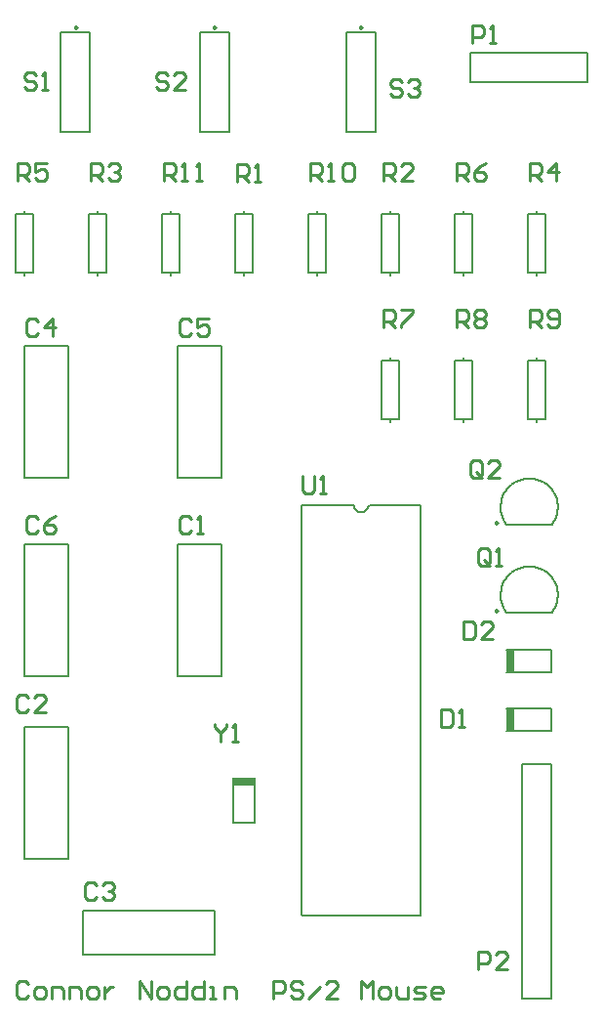
<source format=gto>
G04 Layer_Color=65535*
%FSLAX25Y25*%
%MOIN*%
G70*
G01*
G75*
%ADD10C,0.01000*%
%ADD22C,0.00984*%
%ADD23C,0.00787*%
%ADD24R,0.03150X0.07480*%
%ADD25R,0.07480X0.03150*%
D10*
X197500Y157500D02*
Y163498D01*
X200499D01*
X201499Y162498D01*
Y160499D01*
X200499Y159499D01*
X197500D01*
X207497Y162498D02*
X206497Y163498D01*
X204498D01*
X203498Y162498D01*
Y161499D01*
X204498Y160499D01*
X206497D01*
X207497Y159499D01*
Y158500D01*
X206497Y157500D01*
X204498D01*
X203498Y158500D01*
X209496Y157500D02*
X213495Y161499D01*
X219493Y157500D02*
X215494D01*
X219493Y161499D01*
Y162498D01*
X218493Y163498D01*
X216494D01*
X215494Y162498D01*
X227490Y157500D02*
Y163498D01*
X229490Y161499D01*
X231489Y163498D01*
Y157500D01*
X234488D02*
X236487D01*
X237487Y158500D01*
Y160499D01*
X236487Y161499D01*
X234488D01*
X233488Y160499D01*
Y158500D01*
X234488Y157500D01*
X239486Y161499D02*
Y158500D01*
X240486Y157500D01*
X243485D01*
Y161499D01*
X245484Y157500D02*
X248483D01*
X249483Y158500D01*
X248483Y159499D01*
X246484D01*
X245484Y160499D01*
X246484Y161499D01*
X249483D01*
X254482Y157500D02*
X252482D01*
X251483Y158500D01*
Y160499D01*
X252482Y161499D01*
X254482D01*
X255481Y160499D01*
Y159499D01*
X251483D01*
X113999Y162498D02*
X112999Y163498D01*
X111000D01*
X110000Y162498D01*
Y158500D01*
X111000Y157500D01*
X112999D01*
X113999Y158500D01*
X116998Y157500D02*
X118997D01*
X119997Y158500D01*
Y160499D01*
X118997Y161499D01*
X116998D01*
X115998Y160499D01*
Y158500D01*
X116998Y157500D01*
X121996D02*
Y161499D01*
X124995D01*
X125995Y160499D01*
Y157500D01*
X127994D02*
Y161499D01*
X130993D01*
X131993Y160499D01*
Y157500D01*
X134992D02*
X136991D01*
X137991Y158500D01*
Y160499D01*
X136991Y161499D01*
X134992D01*
X133992Y160499D01*
Y158500D01*
X134992Y157500D01*
X139990Y161499D02*
Y157500D01*
Y159499D01*
X140990Y160499D01*
X141990Y161499D01*
X142989D01*
X151986Y157500D02*
Y163498D01*
X155985Y157500D01*
Y163498D01*
X158984Y157500D02*
X160984D01*
X161983Y158500D01*
Y160499D01*
X160984Y161499D01*
X158984D01*
X157984Y160499D01*
Y158500D01*
X158984Y157500D01*
X167981Y163498D02*
Y157500D01*
X164982D01*
X163982Y158500D01*
Y160499D01*
X164982Y161499D01*
X167981D01*
X173979Y163498D02*
Y157500D01*
X170980D01*
X169981Y158500D01*
Y160499D01*
X170980Y161499D01*
X173979D01*
X175979Y157500D02*
X177978D01*
X176978D01*
Y161499D01*
X175979D01*
X180977Y157500D02*
Y161499D01*
X183976D01*
X184976Y160499D01*
Y157500D01*
X268999Y336000D02*
Y339998D01*
X267999Y340998D01*
X266000D01*
X265000Y339998D01*
Y336000D01*
X266000Y335000D01*
X267999D01*
X266999Y336999D02*
X268999Y335000D01*
X267999D02*
X268999Y336000D01*
X274997Y335000D02*
X270998D01*
X274997Y338999D01*
Y339998D01*
X273997Y340998D01*
X271998D01*
X270998Y339998D01*
X271499Y306000D02*
Y309998D01*
X270499Y310998D01*
X268500D01*
X267500Y309998D01*
Y306000D01*
X268500Y305000D01*
X270499D01*
X269499Y306999D02*
X271499Y305000D01*
X270499D02*
X271499Y306000D01*
X273498Y305000D02*
X275497D01*
X274498D01*
Y310998D01*
X273498Y309998D01*
X262500Y285998D02*
Y280000D01*
X265499D01*
X266499Y281000D01*
Y284998D01*
X265499Y285998D01*
X262500D01*
X272497Y280000D02*
X268498D01*
X272497Y283999D01*
Y284998D01*
X271497Y285998D01*
X269498D01*
X268498Y284998D01*
X255000Y255998D02*
Y250000D01*
X257999D01*
X258999Y251000D01*
Y254998D01*
X257999Y255998D01*
X255000D01*
X260998Y250000D02*
X262997D01*
X261998D01*
Y255998D01*
X260998Y254998D01*
X177500Y250998D02*
Y249998D01*
X179499Y247999D01*
X181499Y249998D01*
Y250998D01*
X179499Y247999D02*
Y245000D01*
X183498D02*
X185497D01*
X184498D01*
Y250998D01*
X183498Y249998D01*
X113999Y259998D02*
X112999Y260998D01*
X111000D01*
X110000Y259998D01*
Y256000D01*
X111000Y255000D01*
X112999D01*
X113999Y256000D01*
X119997Y255000D02*
X115998D01*
X119997Y258999D01*
Y259998D01*
X118997Y260998D01*
X116998D01*
X115998Y259998D01*
X241499Y469998D02*
X240499Y470998D01*
X238500D01*
X237500Y469998D01*
Y468999D01*
X238500Y467999D01*
X240499D01*
X241499Y466999D01*
Y466000D01*
X240499Y465000D01*
X238500D01*
X237500Y466000D01*
X243498Y469998D02*
X244498Y470998D01*
X246497D01*
X247497Y469998D01*
Y468999D01*
X246497Y467999D01*
X245497D01*
X246497D01*
X247497Y466999D01*
Y466000D01*
X246497Y465000D01*
X244498D01*
X243498Y466000D01*
X161499Y472498D02*
X160499Y473498D01*
X158500D01*
X157500Y472498D01*
Y471499D01*
X158500Y470499D01*
X160499D01*
X161499Y469499D01*
Y468500D01*
X160499Y467500D01*
X158500D01*
X157500Y468500D01*
X167497Y467500D02*
X163498D01*
X167497Y471499D01*
Y472498D01*
X166497Y473498D01*
X164498D01*
X163498Y472498D01*
X116499D02*
X115499Y473498D01*
X113500D01*
X112500Y472498D01*
Y471499D01*
X113500Y470499D01*
X115499D01*
X116499Y469499D01*
Y468500D01*
X115499Y467500D01*
X113500D01*
X112500Y468500D01*
X118498Y467500D02*
X120497D01*
X119498D01*
Y473498D01*
X118498Y472498D01*
X267500Y167500D02*
Y173498D01*
X270499D01*
X271499Y172498D01*
Y170499D01*
X270499Y169499D01*
X267500D01*
X277497Y167500D02*
X273498D01*
X277497Y171499D01*
Y172498D01*
X276497Y173498D01*
X274498D01*
X273498Y172498D01*
X265600Y483400D02*
Y489398D01*
X268599D01*
X269599Y488398D01*
Y486399D01*
X268599Y485399D01*
X265600D01*
X271598Y483400D02*
X273597D01*
X272598D01*
Y489398D01*
X271598Y488398D01*
X207550Y335648D02*
Y330650D01*
X208550Y329650D01*
X210549D01*
X211549Y330650D01*
Y335648D01*
X213548Y329650D02*
X215547D01*
X214548D01*
Y335648D01*
X213548Y334648D01*
X169649Y320848D02*
X168649Y321848D01*
X166650D01*
X165650Y320848D01*
Y316850D01*
X166650Y315850D01*
X168649D01*
X169649Y316850D01*
X171648Y315850D02*
X173647D01*
X172648D01*
Y321848D01*
X171648Y320848D01*
X210100Y436200D02*
Y442198D01*
X213099D01*
X214099Y441198D01*
Y439199D01*
X213099Y438199D01*
X210100D01*
X212099D02*
X214099Y436200D01*
X216098D02*
X218097D01*
X217098D01*
Y442198D01*
X216098Y441198D01*
X221096D02*
X222096Y442198D01*
X224096D01*
X225095Y441198D01*
Y437200D01*
X224096Y436200D01*
X222096D01*
X221096Y437200D01*
Y441198D01*
X185150Y436150D02*
Y442148D01*
X188149D01*
X189149Y441148D01*
Y439149D01*
X188149Y438149D01*
X185150D01*
X187149D02*
X189149Y436150D01*
X191148D02*
X193147D01*
X192148D01*
Y442148D01*
X191148Y441148D01*
X160100Y436200D02*
Y442198D01*
X163099D01*
X164099Y441198D01*
Y439199D01*
X163099Y438199D01*
X160100D01*
X162099D02*
X164099Y436200D01*
X166098D02*
X168097D01*
X167098D01*
Y442198D01*
X166098Y441198D01*
X171096Y436200D02*
X173096D01*
X172096D01*
Y442198D01*
X171096Y441198D01*
X137099Y195898D02*
X136099Y196898D01*
X134100D01*
X133100Y195898D01*
Y191900D01*
X134100Y190900D01*
X136099D01*
X137099Y191900D01*
X139098Y195898D02*
X140098Y196898D01*
X142097D01*
X143097Y195898D01*
Y194899D01*
X142097Y193899D01*
X141097D01*
X142097D01*
X143097Y192899D01*
Y191900D01*
X142097Y190900D01*
X140098D01*
X139098Y191900D01*
X135100Y436200D02*
Y442198D01*
X138099D01*
X139099Y441198D01*
Y439199D01*
X138099Y438199D01*
X135100D01*
X137099D02*
X139099Y436200D01*
X141098Y441198D02*
X142098Y442198D01*
X144097D01*
X145097Y441198D01*
Y440199D01*
X144097Y439199D01*
X143097D01*
X144097D01*
X145097Y438199D01*
Y437200D01*
X144097Y436200D01*
X142098D01*
X141098Y437200D01*
X235100Y436200D02*
Y442198D01*
X238099D01*
X239099Y441198D01*
Y439199D01*
X238099Y438199D01*
X235100D01*
X237099D02*
X239099Y436200D01*
X245097D02*
X241098D01*
X245097Y440199D01*
Y441198D01*
X244097Y442198D01*
X242098D01*
X241098Y441198D01*
X285100Y436200D02*
Y442198D01*
X288099D01*
X289099Y441198D01*
Y439199D01*
X288099Y438199D01*
X285100D01*
X287099D02*
X289099Y436200D01*
X294097D02*
Y442198D01*
X291098Y439199D01*
X295097D01*
X260100Y436200D02*
Y442198D01*
X263099D01*
X264099Y441198D01*
Y439199D01*
X263099Y438199D01*
X260100D01*
X262099D02*
X264099Y436200D01*
X270097Y442198D02*
X268097Y441198D01*
X266098Y439199D01*
Y437200D01*
X267098Y436200D01*
X269097D01*
X270097Y437200D01*
Y438199D01*
X269097Y439199D01*
X266098D01*
X110100Y436200D02*
Y442198D01*
X113099D01*
X114099Y441198D01*
Y439199D01*
X113099Y438199D01*
X110100D01*
X112099D02*
X114099Y436200D01*
X120097Y442198D02*
X116098D01*
Y439199D01*
X118097Y440199D01*
X119097D01*
X120097Y439199D01*
Y437200D01*
X119097Y436200D01*
X117098D01*
X116098Y437200D01*
X285100Y386200D02*
Y392198D01*
X288099D01*
X289099Y391198D01*
Y389199D01*
X288099Y388199D01*
X285100D01*
X287099D02*
X289099Y386200D01*
X291098Y387200D02*
X292098Y386200D01*
X294097D01*
X295097Y387200D01*
Y391198D01*
X294097Y392198D01*
X292098D01*
X291098Y391198D01*
Y390199D01*
X292098Y389199D01*
X295097D01*
X260100Y386200D02*
Y392198D01*
X263099D01*
X264099Y391198D01*
Y389199D01*
X263099Y388199D01*
X260100D01*
X262099D02*
X264099Y386200D01*
X266098Y391198D02*
X267098Y392198D01*
X269097D01*
X270097Y391198D01*
Y390199D01*
X269097Y389199D01*
X270097Y388199D01*
Y387200D01*
X269097Y386200D01*
X267098D01*
X266098Y387200D01*
Y388199D01*
X267098Y389199D01*
X266098Y390199D01*
Y391198D01*
X267098Y389199D02*
X269097D01*
X235100Y386200D02*
Y392198D01*
X238099D01*
X239099Y391198D01*
Y389199D01*
X238099Y388199D01*
X235100D01*
X237099D02*
X239099Y386200D01*
X241098Y392198D02*
X245097D01*
Y391198D01*
X241098Y387200D01*
Y386200D01*
X117149Y320848D02*
X116149Y321848D01*
X114150D01*
X113150Y320848D01*
Y316850D01*
X114150Y315850D01*
X116149D01*
X117149Y316850D01*
X123147Y321848D02*
X121147Y320848D01*
X119148Y318849D01*
Y316850D01*
X120148Y315850D01*
X122147D01*
X123147Y316850D01*
Y317849D01*
X122147Y318849D01*
X119148D01*
X169649Y388348D02*
X168649Y389348D01*
X166650D01*
X165650Y388348D01*
Y384350D01*
X166650Y383350D01*
X168649D01*
X169649Y384350D01*
X175647Y389348D02*
X171648D01*
Y386349D01*
X173647Y387349D01*
X174647D01*
X175647Y386349D01*
Y384350D01*
X174647Y383350D01*
X172648D01*
X171648Y384350D01*
X117149Y388348D02*
X116149Y389348D01*
X114150D01*
X113150Y388348D01*
Y384350D01*
X114150Y383350D01*
X116149D01*
X117149Y384350D01*
X122147Y383350D02*
Y389348D01*
X119148Y386349D01*
X123147D01*
D22*
X274350Y319685D02*
X273612Y320111D01*
Y319259D01*
X274350Y319685D01*
Y289685D02*
X273612Y290111D01*
Y289259D01*
X274350Y289685D01*
X227988Y488744D02*
X227250Y489170D01*
Y488318D01*
X227988Y488744D01*
X177988D02*
X177250Y489170D01*
Y488318D01*
X177988Y488744D01*
X130488D02*
X129750Y489170D01*
Y488318D01*
X130488Y488744D01*
D23*
X292795Y319094D02*
X293362Y319929D01*
X293840Y320818D01*
X294224Y321751D01*
X294510Y322718D01*
X294694Y323710D01*
X294776Y324716D01*
X294753Y325725D01*
X294626Y326726D01*
X294397Y327708D01*
X294068Y328662D01*
X293642Y329577D01*
X293125Y330443D01*
X292521Y331251D01*
X291837Y331993D01*
X291080Y332660D01*
X290258Y333246D01*
X289381Y333744D01*
X288457Y334148D01*
X287496Y334456D01*
X286508Y334663D01*
X285505Y334767D01*
X284495D01*
X283492Y334663D01*
X282504Y334456D01*
X281543Y334148D01*
X280619Y333744D01*
X279742Y333246D01*
X278920Y332660D01*
X278163Y331993D01*
X277479Y331251D01*
X276875Y330443D01*
X276358Y329577D01*
X275932Y328662D01*
X275603Y327708D01*
X275374Y326726D01*
X275247Y325725D01*
X275224Y324716D01*
X275306Y323710D01*
X275490Y322718D01*
X275776Y321751D01*
X276160Y320818D01*
X276638Y319929D01*
X277205Y319094D01*
X292795Y289094D02*
X293362Y289929D01*
X293840Y290818D01*
X294224Y291751D01*
X294510Y292718D01*
X294694Y293710D01*
X294776Y294716D01*
X294753Y295725D01*
X294626Y296726D01*
X294397Y297708D01*
X294068Y298662D01*
X293642Y299577D01*
X293125Y300443D01*
X292521Y301251D01*
X291837Y301993D01*
X291080Y302660D01*
X290258Y303246D01*
X289381Y303744D01*
X288457Y304148D01*
X287496Y304456D01*
X286508Y304663D01*
X285505Y304767D01*
X284495D01*
X283492Y304663D01*
X282504Y304456D01*
X281543Y304148D01*
X280619Y303744D01*
X279742Y303246D01*
X278920Y302660D01*
X278163Y301993D01*
X277479Y301251D01*
X276875Y300443D01*
X276358Y299577D01*
X275932Y298662D01*
X275603Y297708D01*
X275374Y296726D01*
X275247Y295725D01*
X275224Y294716D01*
X275306Y293710D01*
X275490Y292718D01*
X275776Y291751D01*
X276160Y290818D01*
X276638Y289929D01*
X277205Y289094D01*
X225039Y325748D02*
X225230Y324791D01*
X225772Y323980D01*
X226583Y323438D01*
X227539Y323248D01*
X228496Y323438D01*
X229307Y323980D01*
X229849Y324791D01*
X230039Y325748D01*
X277205Y319095D02*
X292795D01*
X277205Y289095D02*
X292795D01*
X292677Y268760D02*
Y276240D01*
X277323Y268760D02*
X292677D01*
X277323Y276240D02*
X292677D01*
Y248760D02*
Y256240D01*
X277323Y248760D02*
X292677D01*
X277323Y256240D02*
X292677D01*
X183760Y217323D02*
X191240D01*
X183760D02*
Y232677D01*
X191240Y217323D02*
Y232677D01*
X112500Y250000D02*
X127500D01*
Y205000D02*
Y250000D01*
X112500Y205000D02*
X127500D01*
X112500D02*
Y250000D01*
X232500Y453150D02*
Y486850D01*
X222500Y453150D02*
X232500D01*
X222500D02*
Y486850D01*
X232500D01*
X182500Y453150D02*
Y486850D01*
X172500Y453150D02*
X182500D01*
X172500D02*
Y486850D01*
X182500D01*
X135000Y453150D02*
Y486850D01*
X125000Y453150D02*
X135000D01*
X125000D02*
Y486850D01*
X135000D01*
X282500Y157500D02*
X292500D01*
X282500D02*
Y237500D01*
X292500D01*
Y157500D02*
Y237500D01*
X265000Y470000D02*
Y480000D01*
X305000D01*
X265000Y470000D02*
X305000D01*
Y480000D01*
X207165Y185965D02*
Y194498D01*
Y316998D02*
Y325748D01*
Y290748D02*
Y299498D01*
Y273248D02*
Y290748D01*
Y220748D02*
Y238248D01*
Y211998D02*
Y220748D01*
Y299498D02*
Y316998D01*
Y194498D02*
Y211998D01*
Y238248D02*
Y273248D01*
X248012Y185748D02*
Y325748D01*
X230433D02*
X248012D01*
X207165D02*
X225039D01*
X207382Y185748D02*
X248012D01*
X207165Y185965D02*
X207382Y185748D01*
X165000Y312500D02*
X180000D01*
Y267500D02*
Y312500D01*
X165000Y267500D02*
X180000D01*
X165000D02*
Y312500D01*
X212500Y405000D02*
X215500D01*
Y425000D01*
X209500D02*
X215500D01*
X209500Y405000D02*
Y425000D01*
Y405000D02*
X212500D01*
Y425000D02*
Y425900D01*
Y404100D02*
Y405000D01*
X184500Y425000D02*
X187500D01*
X184500Y405000D02*
Y425000D01*
Y405000D02*
X190500D01*
Y425000D01*
X187500D02*
X190500D01*
X187500Y404100D02*
Y405000D01*
Y425000D02*
Y425900D01*
X159500Y425000D02*
X162500D01*
X159500Y405000D02*
Y425000D01*
Y405000D02*
X165500D01*
Y425000D01*
X162500D02*
X165500D01*
X162500Y404100D02*
Y405000D01*
Y425000D02*
Y425900D01*
X132500Y172500D02*
Y187500D01*
X177500D01*
Y172500D02*
Y187500D01*
X132500Y172500D02*
X177500D01*
X137500Y405000D02*
X140500D01*
Y425000D01*
X134500D02*
X140500D01*
X134500Y405000D02*
Y425000D01*
Y405000D02*
X137500D01*
Y425000D02*
Y425900D01*
Y404100D02*
Y405000D01*
X234500Y425000D02*
X237500D01*
X234500Y405000D02*
Y425000D01*
Y405000D02*
X240500D01*
Y425000D01*
X237500D02*
X240500D01*
X237500Y404100D02*
Y405000D01*
Y425000D02*
Y425900D01*
X287500Y405000D02*
X290500D01*
Y425000D01*
X284500D02*
X290500D01*
X284500Y405000D02*
Y425000D01*
Y405000D02*
X287500D01*
Y425000D02*
Y425900D01*
Y404100D02*
Y405000D01*
X259500Y425000D02*
X262500D01*
X259500Y405000D02*
Y425000D01*
Y405000D02*
X265500D01*
Y425000D01*
X262500D02*
X265500D01*
X262500Y404100D02*
Y405000D01*
Y425000D02*
Y425900D01*
X112500Y405000D02*
X115500D01*
Y425000D01*
X109500D02*
X115500D01*
X109500Y405000D02*
Y425000D01*
Y405000D02*
X112500D01*
Y425000D02*
Y425900D01*
Y404100D02*
Y405000D01*
X287500Y355000D02*
X290500D01*
Y375000D01*
X284500D02*
X290500D01*
X284500Y355000D02*
Y375000D01*
Y355000D02*
X287500D01*
Y375000D02*
Y375900D01*
Y354100D02*
Y355000D01*
X262500D02*
X265500D01*
Y375000D01*
X259500D02*
X265500D01*
X259500Y355000D02*
Y375000D01*
Y355000D02*
X262500D01*
Y375000D02*
Y375900D01*
Y354100D02*
Y355000D01*
X237500D02*
X240500D01*
Y375000D01*
X234500D02*
X240500D01*
X234500Y355000D02*
Y375000D01*
Y355000D02*
X237500D01*
Y375000D02*
Y375900D01*
Y354100D02*
Y355000D01*
X112500Y312500D02*
X127500D01*
Y267500D02*
Y312500D01*
X112500Y267500D02*
X127500D01*
X112500D02*
Y312500D01*
X165000Y380000D02*
X180000D01*
Y335000D02*
Y380000D01*
X165000Y335000D02*
X180000D01*
X165000D02*
Y380000D01*
X112500D02*
X127500D01*
Y335000D02*
Y380000D01*
X112500Y335000D02*
X127500D01*
X112500D02*
Y380000D01*
D24*
X278504Y272500D02*
D03*
Y252500D02*
D03*
D25*
X187500Y231496D02*
D03*
M02*

</source>
